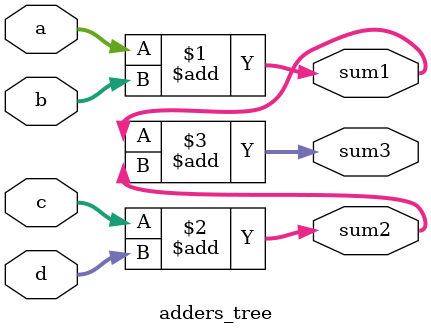
<source format=v>
module adders_tree(
	input [3:0] a,
	input [3:0] b,
	input [7:0] c,
	input [7:0] d,
	output [4:0] sum1,
	output [8:0] sum2,
	output [9:0] sum3

);

	//the orderr of the assignments is not important
	assign sum1 = a + b;
	assign sum2 = c + d;
	assign sum3 = sum1 + sum2;
endmodule

</source>
